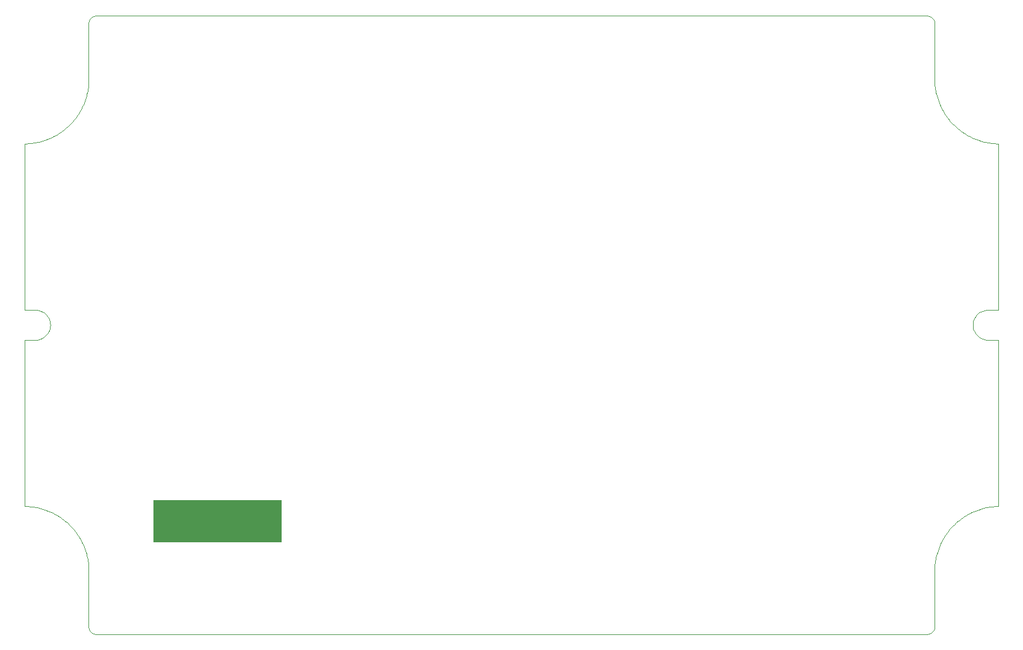
<source format=gko>
G04*
G04 #@! TF.GenerationSoftware,Altium Limited,Altium Designer,24.5.2 (23)*
G04*
G04 Layer_Color=16711935*
%FSLAX25Y25*%
%MOIN*%
G70*
G04*
G04 #@! TF.SameCoordinates,91EA9AA5-0895-4C73-9A31-942236B58547*
G04*
G04*
G04 #@! TF.FilePolarity,Positive*
G04*
G01*
G75*
%ADD129C,0.00394*%
G36*
X142323Y50748D02*
X71457D01*
Y74370D01*
X142323D01*
Y50748D01*
D02*
G37*
D129*
X-12Y271654D02*
X995Y271681D01*
X2001Y271737D01*
X3005Y271821D01*
X4007Y271934D01*
X5005Y272074D01*
X5998Y272242D01*
X6986Y272439D01*
X7969Y272662D01*
X8945Y272914D01*
X9913Y273192D01*
X10873Y273498D01*
X11824Y273830D01*
X12766Y274189D01*
X13697Y274574D01*
X14617Y274985D01*
X15525Y275422D01*
X16420Y275884D01*
X17302Y276371D01*
X18170Y276882D01*
X19024Y277418D01*
X19862Y277977D01*
X20684Y278560D01*
X21489Y279165D01*
X22277Y279793D01*
X23048Y280443D01*
X23799Y281114D01*
X24532Y281806D01*
X25245Y282518D01*
X25937Y283250D01*
X26609Y284001D01*
X27259Y284770D01*
X27888Y285558D01*
X28494Y286363D01*
X29078Y287184D01*
X29638Y288021D01*
X30174Y288874D01*
X30687Y289742D01*
X31175Y290624D01*
X31637Y291519D01*
X32075Y292426D01*
X32487Y293346D01*
X32873Y294276D01*
X33233Y295218D01*
X33566Y296168D01*
X33873Y297128D01*
X34152Y298096D01*
X34404Y299072D01*
X34629Y300054D01*
X34826Y301042D01*
X34995Y302036D01*
X35137Y303033D01*
X35250Y304034D01*
X35335Y305038D01*
X35392Y306045D01*
X35421Y307052D01*
X35421Y308059D01*
X5906Y162992D02*
X6902Y163052D01*
X7884Y163232D01*
X8837Y163529D01*
X9748Y163939D01*
X10602Y164456D01*
X11388Y165071D01*
X12094Y165777D01*
X12710Y166563D01*
X13226Y167418D01*
X13636Y168328D01*
X13933Y169281D01*
X14113Y170263D01*
X14173Y171260D01*
X14113Y172256D01*
X13933Y173238D01*
X13636Y174192D01*
X13226Y175102D01*
X12710Y175956D01*
X12094Y176742D01*
X11388Y177448D01*
X10602Y178064D01*
X9748Y178580D01*
X8837Y178990D01*
X7884Y179287D01*
X6902Y179467D01*
X5906Y179528D01*
X533465D02*
X532468Y179467D01*
X531486Y179287D01*
X530533Y178990D01*
X529622Y178580D01*
X528768Y178064D01*
X527982Y177448D01*
X527276Y176742D01*
X526660Y175956D01*
X526144Y175102D01*
X525734Y174192D01*
X525437Y173238D01*
X525257Y172256D01*
X525197Y171260D01*
X525257Y170263D01*
X525437Y169281D01*
X525734Y168328D01*
X526144Y167418D01*
X526660Y166563D01*
X527276Y165777D01*
X527982Y165071D01*
X528768Y164456D01*
X529622Y163939D01*
X530533Y163529D01*
X531486Y163232D01*
X532468Y163052D01*
X533465Y162992D01*
X35421Y34461D02*
X35421Y35468D01*
X35392Y36475D01*
X35335Y37481D01*
X35250Y38485D01*
X35137Y39487D01*
X34995Y40484D01*
X34826Y41478D01*
X34629Y42466D01*
X34404Y43448D01*
X34152Y44423D01*
X33873Y45391D01*
X33566Y46351D01*
X33233Y47302D01*
X32873Y48243D01*
X32487Y49174D01*
X32075Y50094D01*
X31637Y51001D01*
X31174Y51896D01*
X30687Y52778D01*
X30174Y53645D01*
X29638Y54498D01*
X29078Y55336D01*
X28494Y56157D01*
X27888Y56962D01*
X27259Y57749D01*
X26609Y58519D01*
X25937Y59270D01*
X25245Y60002D01*
X24532Y60714D01*
X23799Y61406D01*
X23047Y62077D01*
X22277Y62727D01*
X21489Y63354D01*
X20684Y63960D01*
X19862Y64543D01*
X19024Y65102D01*
X18170Y65638D01*
X17302Y66149D01*
X16420Y66636D01*
X15525Y67098D01*
X14617Y67535D01*
X13697Y67946D01*
X12766Y68331D01*
X11824Y68690D01*
X10873Y69022D01*
X9913Y69328D01*
X8945Y69606D01*
X7969Y69857D01*
X6986Y70081D01*
X5998Y70277D01*
X5004Y70446D01*
X4007Y70586D01*
X3005Y70698D01*
X2001Y70782D01*
X995Y70838D01*
X-12Y70866D01*
X39370Y342520D02*
X38351Y342386D01*
X37402Y341992D01*
X36586Y341367D01*
X35961Y340551D01*
X35567Y339602D01*
X35433Y338583D01*
X539382Y70866D02*
X538375Y70838D01*
X537369Y70782D01*
X536365Y70698D01*
X535363Y70586D01*
X534366Y70446D01*
X533372Y70277D01*
X532384Y70081D01*
X531401Y69857D01*
X530426Y69606D01*
X529457Y69328D01*
X528497Y69022D01*
X527546Y68690D01*
X526604Y68331D01*
X525673Y67946D01*
X524753Y67535D01*
X523845Y67098D01*
X522950Y66636D01*
X522068Y66149D01*
X521200Y65638D01*
X520346Y65102D01*
X519508Y64543D01*
X518686Y63960D01*
X517881Y63354D01*
X517093Y62727D01*
X516323Y62077D01*
X515571Y61406D01*
X514838Y60714D01*
X514126Y60002D01*
X513433Y59270D01*
X512761Y58519D01*
X512111Y57749D01*
X511482Y56962D01*
X510876Y56157D01*
X510292Y55336D01*
X509732Y54498D01*
X509196Y53645D01*
X508683Y52778D01*
X508195Y51896D01*
X507733Y51001D01*
X507295Y50094D01*
X506883Y49174D01*
X506497Y48243D01*
X506137Y47302D01*
X505804Y46351D01*
X505498Y45391D01*
X505218Y44423D01*
X504966Y43448D01*
X504741Y42466D01*
X504544Y41478D01*
X504375Y40484D01*
X504234Y39487D01*
X504120Y38485D01*
X504035Y37481D01*
X503978Y36475D01*
X503949Y35468D01*
X503949Y34461D01*
X35433Y3937D02*
X35567Y2918D01*
X35961Y1969D01*
X36586Y1153D01*
X37402Y527D01*
X38351Y134D01*
X39370Y0D01*
X503937Y338583D02*
X503803Y339602D01*
X503410Y340551D01*
X502784Y341367D01*
X501968Y341992D01*
X501019Y342386D01*
X500000Y342520D01*
Y0D02*
X501019Y134D01*
X501968Y527D01*
X502784Y1153D01*
X503410Y1969D01*
X503803Y2918D01*
X503937Y3937D01*
X503951Y308057D02*
X503951Y307050D01*
X503980Y306043D01*
X504037Y305037D01*
X504122Y304033D01*
X504235Y303032D01*
X504377Y302034D01*
X504546Y301041D01*
X504743Y300053D01*
X504967Y299071D01*
X505220Y298095D01*
X505499Y297128D01*
X505805Y296168D01*
X506139Y295217D01*
X506498Y294276D01*
X506884Y293345D01*
X507296Y292426D01*
X507734Y291518D01*
X508197Y290623D01*
X508685Y289742D01*
X509197Y288874D01*
X509733Y288021D01*
X510293Y287184D01*
X510877Y286363D01*
X511483Y285558D01*
X512112Y284771D01*
X512762Y284001D01*
X513434Y283250D01*
X514126Y282519D01*
X514839Y281806D01*
X515571Y281115D01*
X516323Y280444D01*
X517093Y279794D01*
X517881Y279166D01*
X518686Y278561D01*
X519508Y277978D01*
X520346Y277419D01*
X521200Y276883D01*
X522068Y276372D01*
X522950Y275885D01*
X523845Y275423D01*
X524753Y274986D01*
X525673Y274575D01*
X526604Y274190D01*
X527545Y273831D01*
X528497Y273499D01*
X529457Y273194D01*
X530425Y272915D01*
X531400Y272664D01*
X532383Y272440D01*
X533371Y272244D01*
X534365Y272076D01*
X535362Y271936D01*
X536363Y271823D01*
X537367Y271739D01*
X538373Y271683D01*
X539380Y271655D01*
X-12Y179539D02*
Y271654D01*
X503949Y3949D02*
Y34461D01*
X0Y70878D02*
Y162992D01*
X533465Y162992D02*
X539370D01*
X39370Y0D02*
X500000D01*
X35421Y3949D02*
Y34461D01*
X539380Y271655D02*
X539382Y271654D01*
X533465Y179527D02*
X539370D01*
X503949Y338571D02*
X503951Y308057D01*
X539370Y179527D02*
Y271645D01*
X0Y162992D02*
X5906D01*
X39370Y342520D02*
X500000D01*
X539370Y70878D02*
Y162992D01*
X0Y179528D02*
X5906D01*
X35421Y308059D02*
Y338571D01*
M02*

</source>
